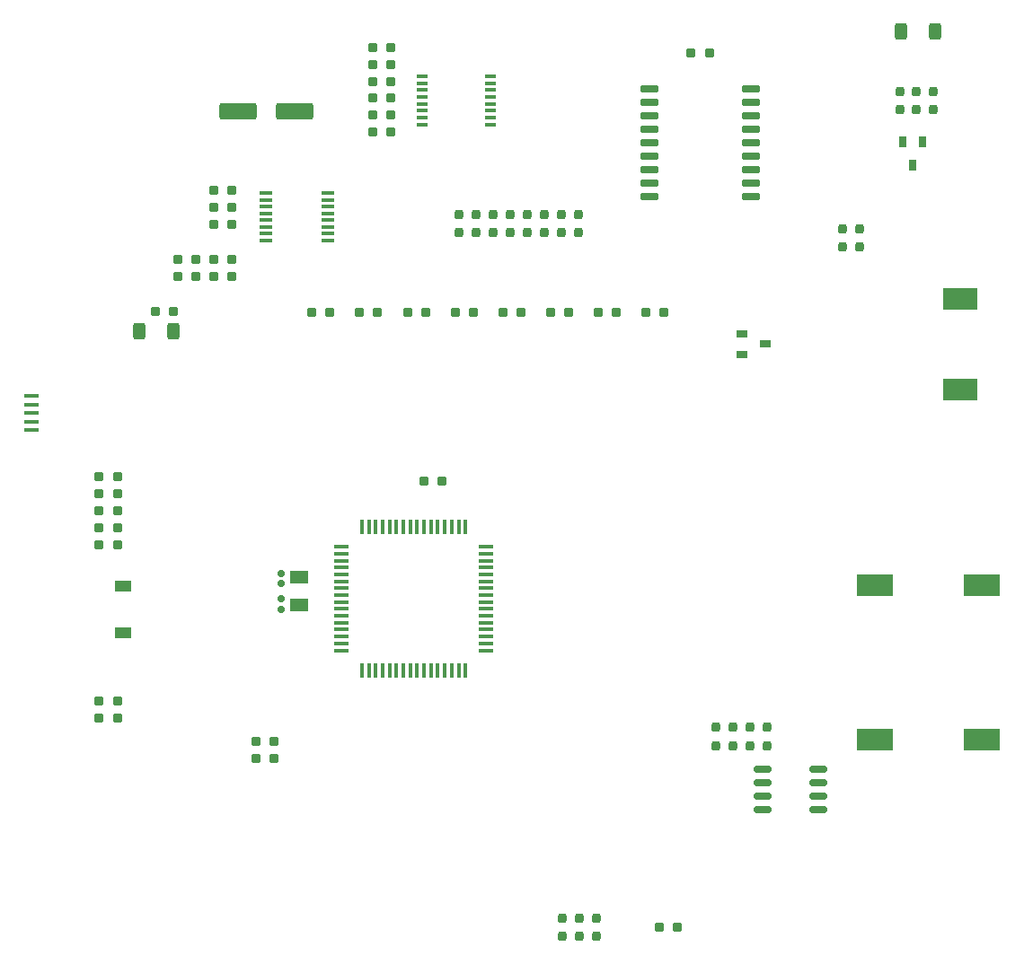
<source format=gtp>
G04 #@! TF.GenerationSoftware,KiCad,Pcbnew,(6.0.5-0)*
G04 #@! TF.CreationDate,2022-05-27T19:59:22+09:00*
G04 #@! TF.ProjectId,RL78TrainingBoard,524c3738-5472-4616-996e-696e67426f61,V1.0*
G04 #@! TF.SameCoordinates,Original*
G04 #@! TF.FileFunction,Paste,Top*
G04 #@! TF.FilePolarity,Positive*
%FSLAX46Y46*%
G04 Gerber Fmt 4.6, Leading zero omitted, Abs format (unit mm)*
G04 Created by KiCad (PCBNEW (6.0.5-0)) date 2022-05-27 19:59:22*
%MOMM*%
%LPD*%
G01*
G04 APERTURE LIST*
G04 Aperture macros list*
%AMRoundRect*
0 Rectangle with rounded corners*
0 $1 Rounding radius*
0 $2 $3 $4 $5 $6 $7 $8 $9 X,Y pos of 4 corners*
0 Add a 4 corners polygon primitive as box body*
4,1,4,$2,$3,$4,$5,$6,$7,$8,$9,$2,$3,0*
0 Add four circle primitives for the rounded corners*
1,1,$1+$1,$2,$3*
1,1,$1+$1,$4,$5*
1,1,$1+$1,$6,$7*
1,1,$1+$1,$8,$9*
0 Add four rect primitives between the rounded corners*
20,1,$1+$1,$2,$3,$4,$5,0*
20,1,$1+$1,$4,$5,$6,$7,0*
20,1,$1+$1,$6,$7,$8,$9,0*
20,1,$1+$1,$8,$9,$2,$3,0*%
G04 Aperture macros list end*
%ADD10RoundRect,0.300000X0.300000X0.500000X-0.300000X0.500000X-0.300000X-0.500000X0.300000X-0.500000X0*%
%ADD11R,1.100000X0.800000*%
%ADD12RoundRect,0.200000X0.250000X0.200000X-0.250000X0.200000X-0.250000X-0.200000X0.250000X-0.200000X0*%
%ADD13RoundRect,0.200000X-0.250000X-0.200000X0.250000X-0.200000X0.250000X0.200000X-0.250000X0.200000X0*%
%ADD14RoundRect,0.150000X-0.150000X0.150000X-0.150000X-0.150000X0.150000X-0.150000X0.150000X0.150000X0*%
%ADD15RoundRect,0.200000X0.200000X-0.250000X0.200000X0.250000X-0.200000X0.250000X-0.200000X-0.250000X0*%
%ADD16RoundRect,0.150000X0.150000X-0.150000X0.150000X0.150000X-0.150000X0.150000X-0.150000X-0.150000X0*%
%ADD17R,3.500000X2.000000*%
%ADD18RoundRect,0.300000X-0.300000X-0.500000X0.300000X-0.500000X0.300000X0.500000X-0.300000X0.500000X0*%
%ADD19RoundRect,0.250000X-1.500000X-0.550000X1.500000X-0.550000X1.500000X0.550000X-1.500000X0.550000X0*%
%ADD20RoundRect,0.200000X-0.200000X0.250000X-0.200000X-0.250000X0.200000X-0.250000X0.200000X0.250000X0*%
%ADD21R,3.200000X2.000000*%
%ADD22R,1.400000X0.400000*%
%ADD23R,1.600000X1.000000*%
%ADD24RoundRect,0.150000X-0.675000X-0.150000X0.675000X-0.150000X0.675000X0.150000X-0.675000X0.150000X0*%
%ADD25RoundRect,0.150000X0.725000X0.150000X-0.725000X0.150000X-0.725000X-0.150000X0.725000X-0.150000X0*%
%ADD26R,1.400000X0.300000*%
%ADD27R,0.300000X1.400000*%
%ADD28R,1.800000X1.200000*%
%ADD29R,1.100000X0.300000*%
%ADD30R,1.200000X0.300000*%
%ADD31R,0.800000X1.100000*%
G04 APERTURE END LIST*
D10*
X42100000Y41500000D03*
X38900000Y41500000D03*
D11*
X23900000Y12950000D03*
X23900000Y11050000D03*
X26100000Y12000000D03*
D12*
X-9150000Y33600000D03*
X-10850000Y33600000D03*
D13*
X-10850000Y35200000D03*
X-9150000Y35200000D03*
D14*
X-19500000Y-12000000D03*
X-19500000Y-13000000D03*
D15*
X6900000Y22550000D03*
X6900000Y24250000D03*
X2100000Y22550000D03*
X2100000Y24250000D03*
D13*
X-6050000Y-900000D03*
X-4350000Y-900000D03*
D12*
X-27550000Y18400000D03*
X-29250000Y18400000D03*
D13*
X-36650000Y-3700000D03*
X-34950000Y-3700000D03*
X-25850000Y26500000D03*
X-24150000Y26500000D03*
D15*
X21500000Y-25850000D03*
X21500000Y-24150000D03*
X35000000Y21150000D03*
X35000000Y22850000D03*
X500000Y22550000D03*
X500000Y24250000D03*
D12*
X-34950000Y-6900000D03*
X-36650000Y-6900000D03*
D15*
X26300000Y-25850000D03*
X26300000Y-24150000D03*
X5300000Y22550000D03*
X5300000Y24250000D03*
X38800000Y34150000D03*
X38800000Y35850000D03*
D16*
X-19500000Y-10600000D03*
X-19500000Y-9600000D03*
D17*
X36500000Y-25300000D03*
X46500000Y-25300000D03*
X46500000Y-10700000D03*
X36500000Y-10700000D03*
D13*
X1400000Y15000000D03*
X3100000Y15000000D03*
D18*
X-32900000Y13200000D03*
X-29700000Y13200000D03*
D19*
X-23600000Y34000000D03*
X-18200000Y34000000D03*
D15*
X33400000Y21150000D03*
X33400000Y22850000D03*
D13*
X-12100000Y15000000D03*
X-10400000Y15000000D03*
X-36650000Y-21700000D03*
X-34950000Y-21700000D03*
X14900000Y15000000D03*
X16600000Y15000000D03*
X-7600000Y15000000D03*
X-5900000Y15000000D03*
D20*
X7000000Y-42150000D03*
X7000000Y-43850000D03*
D12*
X-9150000Y40000000D03*
X-10850000Y40000000D03*
D21*
X44500000Y7700000D03*
X44500000Y16300000D03*
D22*
X-43000000Y7100000D03*
X-43000000Y6300000D03*
X-43000000Y5500000D03*
X-43000000Y4700000D03*
X-43000000Y3900000D03*
D13*
X-25850000Y18400000D03*
X-24150000Y18400000D03*
D15*
X10200000Y-43850000D03*
X10200000Y-42150000D03*
D13*
X-21850000Y-25500000D03*
X-20150000Y-25500000D03*
D12*
X20850000Y39500000D03*
X19150000Y39500000D03*
D13*
X5900000Y15000000D03*
X7600000Y15000000D03*
X-25850000Y23300000D03*
X-24150000Y23300000D03*
D20*
X8600000Y-42150000D03*
X8600000Y-43850000D03*
D12*
X-29650000Y15100000D03*
X-31350000Y15100000D03*
D13*
X-10850000Y36800000D03*
X-9150000Y36800000D03*
D15*
X-1100000Y22550000D03*
X-1100000Y24250000D03*
D13*
X-36650000Y-5300000D03*
X-34950000Y-5300000D03*
D23*
X-34400000Y-15200000D03*
X-34400000Y-10800000D03*
D15*
X42000000Y34150000D03*
X42000000Y35850000D03*
D13*
X-36650000Y-500000D03*
X-34950000Y-500000D03*
D24*
X25875000Y-28095000D03*
X25875000Y-29365000D03*
X25875000Y-30635000D03*
X25875000Y-31905000D03*
X31125000Y-31905000D03*
X31125000Y-30635000D03*
X31125000Y-29365000D03*
X31125000Y-28095000D03*
D12*
X-27550000Y20000000D03*
X-29250000Y20000000D03*
D13*
X-25850000Y20000000D03*
X-24150000Y20000000D03*
D15*
X23100000Y-25850000D03*
X23100000Y-24150000D03*
D25*
X24775000Y25920000D03*
X24775000Y27190000D03*
X24775000Y28460000D03*
X24775000Y29730000D03*
X24775000Y31000000D03*
X24775000Y32270000D03*
X24775000Y33540000D03*
X24775000Y34810000D03*
X24775000Y36080000D03*
X15225000Y36080000D03*
X15225000Y34810000D03*
X15225000Y33540000D03*
X15225000Y32270000D03*
X15225000Y31000000D03*
X15225000Y29730000D03*
X15225000Y28460000D03*
X15225000Y27190000D03*
X15225000Y25920000D03*
D26*
X-13800000Y-7125000D03*
X-13800000Y-7775000D03*
X-13800000Y-8425000D03*
X-13800000Y-9075000D03*
X-13800000Y-9725000D03*
X-13800000Y-10375000D03*
X-13800000Y-11025000D03*
X-13800000Y-11675000D03*
X-13800000Y-12325000D03*
X-13800000Y-12975000D03*
X-13800000Y-13625000D03*
X-13800000Y-14275000D03*
X-13800000Y-14925000D03*
X-13850000Y-15575000D03*
X-13800000Y-16225000D03*
X-13800000Y-16875000D03*
D27*
X-11875000Y-18800000D03*
X-11225000Y-18800000D03*
X-10575000Y-18800000D03*
X-9925000Y-18800000D03*
X-9275000Y-18800000D03*
X-8625000Y-18800000D03*
X-7975000Y-18800000D03*
X-7325000Y-18800000D03*
X-6675000Y-18800000D03*
X-6025000Y-18800000D03*
X-5375000Y-18800000D03*
X-4725000Y-18800000D03*
X-4075000Y-18800000D03*
X-3425000Y-18800000D03*
X-2775000Y-18800000D03*
X-2125000Y-18800000D03*
D26*
X-200000Y-16875000D03*
X-200000Y-16225000D03*
X-200000Y-15575000D03*
X-200000Y-14925000D03*
X-200000Y-14275000D03*
X-200000Y-13625000D03*
X-200000Y-12975000D03*
X-200000Y-12325000D03*
X-200000Y-11675000D03*
X-200000Y-11025000D03*
X-200000Y-10375000D03*
X-200000Y-9725000D03*
X-200000Y-9075000D03*
X-200000Y-8425000D03*
X-200000Y-7775000D03*
X-200000Y-7125000D03*
D27*
X-2125000Y-5200000D03*
X-2775000Y-5200000D03*
X-3425000Y-5200000D03*
X-4075000Y-5200000D03*
X-4725000Y-5200000D03*
X-5375000Y-5200000D03*
X-6025000Y-5200000D03*
X-6675000Y-5200000D03*
X-7325000Y-5200000D03*
X-7975000Y-5200000D03*
X-8625000Y-5200000D03*
X-9275000Y-5200000D03*
X-9925000Y-5200000D03*
X-10575000Y-5200000D03*
X-11225000Y-5200000D03*
X-11875000Y-5200000D03*
D28*
X-17800000Y-12600000D03*
X-17800000Y-10000000D03*
D13*
X-36650000Y-2100000D03*
X-34950000Y-2100000D03*
X-10850000Y32000000D03*
X-9150000Y32000000D03*
D15*
X3700000Y22550000D03*
X3700000Y24250000D03*
X40400000Y34150000D03*
X40400000Y35850000D03*
D13*
X-25850000Y24900000D03*
X-24150000Y24900000D03*
D15*
X8500000Y22550000D03*
X8500000Y24250000D03*
D13*
X-16600000Y15000000D03*
X-14900000Y15000000D03*
X16150000Y-43000000D03*
X17850000Y-43000000D03*
D20*
X24700000Y-24150000D03*
X24700000Y-25850000D03*
D29*
X-6200000Y37275000D03*
X-6200000Y36625000D03*
X-6200000Y35975000D03*
X-6200000Y35325000D03*
X-6200000Y34675000D03*
X-6200000Y34025000D03*
X-6200000Y33375000D03*
X-6200000Y32725000D03*
X200000Y32725000D03*
X200000Y33375000D03*
X200000Y34025000D03*
X200000Y34675000D03*
X200000Y35325000D03*
X200000Y35975000D03*
X200000Y36625000D03*
X200000Y37275000D03*
D30*
X-20900000Y26222500D03*
X-20900000Y25587500D03*
X-20900000Y24952500D03*
X-20900000Y24317500D03*
X-20900000Y23700000D03*
X-20900000Y23047500D03*
X-20900000Y22412500D03*
X-20900000Y21777500D03*
X-15100000Y21777500D03*
X-15100000Y22412500D03*
X-15100000Y23047500D03*
X-15100000Y23682500D03*
X-15100000Y24317500D03*
X-15100000Y24952500D03*
X-15100000Y25587500D03*
X-15100000Y26222500D03*
D15*
X-2700000Y22550000D03*
X-2700000Y24250000D03*
D13*
X-10850000Y38400000D03*
X-9150000Y38400000D03*
X-3100000Y15000000D03*
X-1400000Y15000000D03*
X-21850000Y-27100000D03*
X-20150000Y-27100000D03*
X10400000Y15000000D03*
X12100000Y15000000D03*
X-36650000Y-23300000D03*
X-34950000Y-23300000D03*
D31*
X40950000Y31100000D03*
X39050000Y31100000D03*
X40000000Y28900000D03*
M02*

</source>
